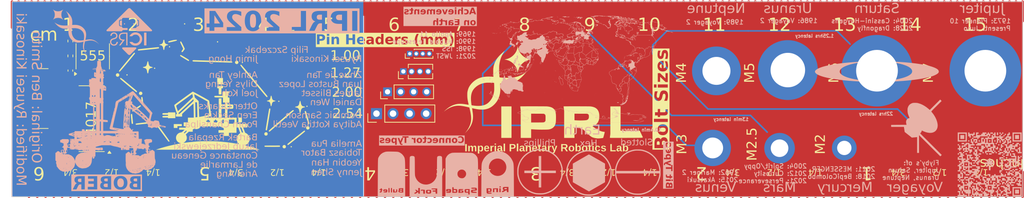
<source format=kicad_pcb>
(kicad_pcb (version 20240108) (generator "pcbnew") (generator_version "8.0")
  (layers (0 "F.Cu" signal) (31 "B.Cu" signal) (34 "B.Paste" user) (35 "F.Paste" user) (36 "B.SilkS" user "B.Silkscreen") (37 "F.SilkS" user "F.Silkscreen") (38 "B.Mask" user) (39 "F.Mask" user) (44 "Edge.Cuts" user))
  (net 0 "")
  (net 3 "GND")
  (net 4 "+5V")
  (net 7 "/TR")
  (net 8 "/K")
  (net 9 "/0")
  (net 10 "/1")
  (net 11 "/2")
  (net 12 "/3")
  (net 13 "/4")
  (net 14 "/5")
  (net 15 "/6")
  (net 16 "/7")
  (net 17 "/8")
  (net 18 "/9")
  (net 19 "/DIS")
  (net 20 "/CLK")
  (footprint "ruler_footprints:Gauge_150mm_Type1_CopperTop" (layer "F.Cu") (at 75 85)
    (property "Reference" "REF**" (hide yes))
    (property "Value" "Gauge_150mm_Type1_CopperTop" (hide yes))
  )
  (footprint "Connector_PinHeader_1.00mm:PinHeader_1x04_P1.00mm_Vertical" (layer "F.Cu") (at 136 93.01 90)
    (property "Reference" "REF**" (hide yes))
    (property "Value" "PinHeader_1x04_P1.00mm_Vertical" (hide yes))
  )
  (footprint "Resistor_SMD:R_0402_1005Metric" (layer "F.Cu") (at 118.112 89.027 180)
    (property "Reference" "R102" (hide yes))
    (property "Value" "1k")
  )
  (footprint "LED_SMD:LED_0402_1005Metric" (layer "F.Cu") (at 95.781 95.25 180)
    (property "Reference" "D106" (hide yes))
    (property "Value" "LED_Small")
  )
  (footprint "LED_SMD:LED_0402_1005Metric" (layer "F.Cu") (at 108.562 89.662 180)
    (property "Reference" "D109" (hide yes))
    (property "Value" "LED_Small")
  )
  (footprint "Connector_PinHeader_1.27mm:PinHeader_1x04_P1.27mm_Vertical" (layer "F.Cu") (at 135.02 95.74 90)
    (property "Reference" "REF**" (hide yes))
    (property "Value" "PinHeader_1x04_P1.27mm_Vertical" (hide yes))
  )
  (footprint "MountingHole:MountingHole_4.3mm_M4_DIN965_Pad" (layer "F.Cu") (at 183.05 95.65)
    (property "Reference" "REF**" (hide yes))
    (property "Value" "MountingHole_4.3mm_M4_DIN965_Pad" (hide yes))
  )
  (footprint "MountingHole:MountingHole_6.4mm_M6_DIN965_Pad" (layer "F.Cu") (at 207.675 95.625)
    (property "Reference" "REF**" (hide yes))
    (property "Value" "MountingHole_6.4mm_M6_DIN965_Pad" (hide yes))
  )
  (footprint "MountingHole:MountingHole_2.7mm_M2.5_DIN965_Pad" (layer "F.Cu") (at 192.73 107.5425)
    (property "Reference" "REF**" (hide yes))
    (property "Value" "MountingHole_2.7mm_M2.5_DIN965_Pad")
  )
  (footprint "Capacitor_SMD:C_0402_1005Metric" (layer "F.Cu") (at 83.947 95.603 -90)
    (property "Reference" "C101" (hide yes))
    (property "Value" "1u")
  )
  (footprint "LED_SMD:LED_0402_1005Metric" (layer "F.Cu") (at 109.243 94.361 180)
    (property "Reference" "D104" (hide yes))
    (property "Value" "LED_Small")
  )
  (footprint "Resistor_SMD:R_0402_1005Metric" (layer "F.Cu") (at 83.947 93.347 90)
    (property "Reference" "R103" (hide yes))
    (property "Value" "47k")
  )
  (footprint "LED_SMD:LED_0402_1005Metric" (layer "F.Cu") (at 98.067 91.948 180)
    (property "Reference" "D107" (hide yes))
    (property "Value" "LED_Small")
  )
  (footprint "LED_SMD:LED_0402_1005Metric" (layer "F.Cu") (at 119.149 101.092 180)
    (property "Reference" "D101" (hide yes))
    (property "Value" "LED_Small")
  )
  (footprint "ruler_footprints:IPRL_31mm" (layer "F.Cu") (at 156.575 100.225)
    (property "Reference" "G***" (hide yes))
    (property "Value" "LOGO" (hide yes))
  )
  (footprint "ruler_footprints:BOBER 45mm" (layer "F.Cu") (at 104.902 103.759)
    (property "Reference" "G***")
    (property "Value" "LOGO" (hide yes))
  )
  (footprint "MountingHole:MountingHole_2.2mm_M2_DIN965_Pad" (layer "F.Cu") (at 202.66 107.5)
    (property "Reference" "REF**" (hide yes))
    (property "Value" "MountingHole_2.2mm_M2_DIN965_Pad")
  )
  (footprint "MountingHole:MountingHole_6.4mm_M6_DIN965_Pad" (layer "F.Cu") (at 224.3 95.625)
    (property "Reference" "REF**" (hide yes))
    (property "Value" "MountingHole_6.4mm_M6_DIN965_Pad" (hide yes))
  )
  (footprint "LED_SMD:LED_0402_1005Metric" (layer "F.Cu") (at 114.831 100.33 180)
    (property "Reference" "D110" (hide yes))
    (property "Value" "LED_Small")
  )
  (footprint "LED_SMD:LED_0402_1005Metric" (layer "F.Cu") (at 91.544 96.266 180)
    (property "Reference" "D108" (hide yes))
    (property "Value" "LED_Small")
  )
  (footprint "Connector_USB:USB_C_Receptacle_GCT_USB4135-GF-A_6P_TopMnt_Horizontal" (layer "F.Cu") (at 78.5 99.904 -90)
    (property "Reference" "J102" (hide yes))
    (property "Value" "USB_C_Receptacle_PowerOnly_6P")
  )
  (footprint "ruler_footprints:Gauge_6in" (layer "F.Cu") (at 230 115 180)
    (property "Reference" "REF**" (hide yes))
    (property "Value" "Gauge_6in" (hide yes))
  )
  (footprint "LED_SMD:LED_0402_1005Metric" (layer "F.Cu") (at 116.736 107.315 180)
    (property "Reference" "D102" (hide yes))
    (property "Value" "LED_Small")
  )
  (footprint "LED_SMD:LED_0402_1005Metric" (layer "F.Cu") (at 101.473 89.512 -90)
    (property "Reference" "D105" (hide yes))
    (property "Value" "LED_Small")
  )
  (footprint "Connector_PinHeader_2.00mm:PinHeader_1x04_P2.00mm_Vertical" (layer "F.Cu") (at 132.6 98.87 90)
    (property "Reference" "REF**" (hide yes))
    (property "Value" "PinHeader_1x04_P2.00mm_Vertical" (hide yes))
  )
  (footprint "MountingHole:MountingHole_3.2mm_M3_DIN965_Pad" (layer "F.Cu") (at 182.47 107.5)
    (property "Reference" "REF**" (hide yes))
    (property "Value" "MountingHole_3.2mm_M3_DIN965_Pad" (hide yes))
  )
  (footprint "Connector_PinHeader_2.54mm:PinHeader_1x04_P2.54mm_Vertical" (layer "F.Cu") (at 130.9 102.22 90)
    (property "Reference" "REF**" (hide yes))
    (property "Value" "PinHeader_1x04_P2.54mm_Vertical" (hide yes))
  )
  (footprint "LED_SMD:LED_0402_1005Metric" (layer "F.Cu") (at 105.433 91.186 180)
    (property "Reference" "D103" (hide yes))
    (property "Value" "LED_Small")
  )
  (footprint "MountingHole:MountingHole_5.3mm_M5_DIN965_Pad" (layer "F.Cu") (at 194 95.525)
    (property "Reference" "REF**" (hide yes))
    (property "Value" "MountingHole_5.3mm_M5_DIN965_Pad" (hide yes))
  )
  (footprint "Package_SO:SOP-16_3.9x9.9mm_P1.27mm" (layer "F.Cu") (at 87.209 102.997 180)
    (property "Reference" "U102" (hide yes))
    (property "Value" "4017")
  )
  (footprint "Resistor_SMD:R_0402_1005Metric" (layer "F.Cu") (at 83.947 91.057 90)
    (property "Reference" "R101" (hide yes))
    (property "Value" "1k" (hide yes))
  )
  (footprint "Package_SO:SOIC-8_3.9x4.9mm_P1.27mm" (layer "F.Cu") (at 87.376 93.41 90)
    (property "Reference" "U101" (hide yes))
    (property "Value" "NE555D")
  )
  (footprint "ruler_footprints:Fork_Connector_5mm" (layer "B.Cu") (at 138.5 111.84 180)
    (property "Reference" "G***" (hide yes))
    (property "Value" "LOGO" (hide yes))
  )
  (footprint "ruler_footprints:Spade_Connector_5mm" (layer "B.Cu") (at 144 111.618479 180)
    (property "Reference" "G***" (hide yes))
    (property "Value" "LOGO" (hide yes))
  )
  (footprint "ruler_footprints:Alert 40mm" (layer "B.Cu") (at 95 98 90)
    (property "Reference" "G***" (hide yes))
    (property "Value" "LOGO" (hide yes))
  )
  (footprint "ruler_footprints:World_Map_33mm" (layer "B.Cu") (at 162.48 95.22 180)
    (property "Reference" "G***" (hide yes))
    (property "Value" "LOGO" (hide yes))
  )
  (footprint "ruler_footprints:ICRS_8mm" (layer "B.Cu") (at 92.93 89.51 180)
    (property "Reference" "G***" (hide yes))
    (property "Value" "LOGO" (hide yes))
  )
  (footprint "ruler_footprints:Voyager_8mm" (layer "B.Cu") (at 213.83 104.24 180)
    (property "Reference" "G***" (hide yes))
    (property "Value" "LOGO" (hide yes))
  )
  (footprint "ruler_footprints:Bullet_Connector_4.2mm" (layer "B.Cu") (at 133.2 111.5 180)
    (property "Reference" "G***" (hide yes))
    (property "Value" "LOGO" (hide yes))
  )
  (footprint "ruler_footprints:Phillips Head 7mm" (layer "B.Cu") (at 156 111.156451 180)
    (property "Reference" "G***" (hide yes))
    (property "Value" "LOGO" (hide yes))
  )
  (footprint "ruler_footprints:ICRS_LinktreeQR_10mm" (layer "B.Cu") (at 224.96 110.02 180)
    (property "Reference" "G***" (hide yes))
    (property "Value" "LOGO" (hide yes))
  )
  (footprint "ruler_footprints:Ring_Connector_5mm" (layer "B.Cu") (at 149.5 111.5 180)
    (property "Reference" "G***" (hide yes))
    (property "Value" "LOGO" (hide yes))
  )
  (footprint "ruler_footprints:Saturn_Ring_19mm" (layer "B.Cu") (at 207.65 95.76 180)
    (property "Reference" "G***")
    (property "Value" "LOGO" (hide yes))
  )
  (footprint "ruler_footprints:IPRL_Helix_14mm" (layer "B.Cu") (at 84.837074 89.764576 180)
    (property "Reference" "G***" (hide yes))
    (property "Value" "LOGO" (hide yes))
  )
  (footprint "ruler_footprints:BOBER_Outline_20mm" (layer "B.Cu") (at 89.475 102.675 180)
    (property "Reference" "G***" (hide yes))
    (property "Value" "LOGO" (hide yes))
  )
  (footprint "ruler_footprints:Slotted Head 7mm" (layer "B.Cu") (at 171 111.206451 180)
    (property "Reference" "G***" (hide yes))
    (property "Value" "LOGO" (hide yes))
  )
  (footprint "ruler_footprints:Hex Head 7mm" (layer "B.Cu") (at 163.5 111.33 180)
    (property "Reference" "G***" (hide yes))
    (property "Value" "LOGO" (hide yes))
  )
  (gr_rect (start 75 85) (end 230 115) (stroke (width 0.1)) (fill none) (layer "F.Cu") (net 3))
  (gr_rect (start 128.995 85) (end 230 115) (fill solid) (layer "F.Cu") (net 3))
  (gr_rect (start 75 85) (end 128.885 115) (fill solid) (layer "B.Cu") (net 3))
  (gr_rect (start 75 85) (end 230 115) (stroke (width 0.1)) (fill none) (layer "Edge.Cuts"))
  (gr_text "1962: Mariner 2\n2015: Akatsuki" (at 186.45 112.8 0) (layer "B.SilkS") (effects (font (size 0.7 0.7) (thickness 0.125)) (justify left bottom mirror)))
  (gr_text "Venus" (at 182.92 114.5 0) (layer "B.SilkS") (effects (font (size 1.5 1.5) (thickness 0.22)) (justify bottom mirror)))
  (gr_text "James Blisset\n" (at 128.675 99.7 0) (layer "B.SilkS") (effects (font (size 1 1)) (justify left bottom mirror)))
  (gr_text "Neptune" (at 183 87 0) (layer "B.SilkS") (effects (font (size 1.5 1.5) (thickness 0.22)) (justify bottom mirror)))
  (gr_text "IPRL 2024" (at 128.35 90 0) (layer "B.SilkS" knockout) (effects (font (size 3 3) (thickness 0.2) (bold yes)) (justify left bottom mirror)))
  (gr_text "Jupiter\n" (at 223.8 87 0) (layer "B.SilkS") (effects (font (size 1.5 1.5) (thickness 0.22)) (justify bottom mirror)))
  (gr_text "Hex" (at 163.43 107.4 0) (layer "B.SilkS") (effects (font (size 1 1) (thickness 0.22)) (justify bottom mirror)))
  (gr_text "Eren Seckin\n" (at 112.675 103.1 0) (layer "B.SilkS") (effects (font (size 1 1)) (justify left bottom mirror)))
  (gr_text "Phillips" (at 155.95 107.35 0) (layer "B.SilkS") (effects (font (size 1 1) (thickness 0.22)) (justify bottom mirror)))
  (gr_text "Flyby's of:\nJupiter, Saturn\nUranus, Neptune" (at 217.3 112.46 0) (layer "B.SilkS") (effects (font (size 0.7 0.7) (thickness 0.125)) (justify left bottom mirror)))
  (gr_text "Saturn\n" (at 207.675 87 0) (layer "B.SilkS") (effects (font (size 1.5 1.5) (thickness 0.22)) (justify bottom mirror)))
  (gr_text "Jimin Hong" (at 112.675 94.425 0) (layer "B.SilkS") (effects (font (size 1 1)) (justify left bottom mirror)))
  (gr_text "Zhue Jie Tan" (at 128.675 96.9 0) (layer "B.SilkS") (effects (font (size 1 1)) (justify left bottom mirror)))
  (gr_text "Poom Chansilpa\n" (at 112.675 104.5 0) (layer "B.SilkS") (effects (font (size 1 1)) (justify left bottom mirror)))
  (gr_text "1.25hrs latency" (at 201.12 90.56 0) (layer "B.SilkS") (effects (font (size 0.5 0.5) (thickness 0.125) (bold yes)) (justify left bottom mirror)))
  (gr_text "Otter Quarks\n" (at 112.675 101.7 0) (layer "B.SilkS") (effects (font (size 1 1)) (justify left bottom mirror)))
  (gr_text "Ashley Tan\n" (at 112.675 96.9 0) (layer "B.SilkS") (effects (font (size 1 1)) (justify left bottom mirror)))
  (gr_text "Mercury\n" (at 202.77 114.5 0) (layer "B.SilkS") (effects (font (size 1.5 1.5) (thickness 0.22)) (justify bottom mirror)))
  (gr_text "1973: Pioneer 10\nPresent: Juno" (at 228.26 89.52 0) (layer "B.SilkS") (effects (font (size 0.7 0.7) (thickness 0.125)) (justify left bottom mirror)))
  (gr_text "Bartek Rzepala" (at 112.675 106.5 0) (layer "B.SilkS") (effects (font (size 1 1)) (justify left bottom mirror)))
  (gr_text "Mars" (at 192.73 114.5 0) (layer "B.SilkS") (effects (font (size 1.5 1.5) (thickness 0.22)) (justify bottom mirror)))
  (gr_text "1986: Voyager 2" (at 198.62 88.34 0) (layer "B.SilkS") (effects (font (size 0.7 0.7) (thickness 0.125)) (justify left bottom mirror)))
  (gr_text "Jenny Shen" (at 128.675 111.85 0) (layer "B.SilkS") (effects (font (size 1 1)) (justify left bottom mirror)))
  (gr_text "Earth" (at 162.48 105.69 0) (layer "B.SilkS") (effects (font (size 1.5 1.5) (thickness 0.22)) (justify bottom mirror)))
  (gr_text "Daniel Wen" (at 128.675 101.1 0) (layer "B.SilkS") (effects (font (size 1 1)) (justify left bottom mirror)))
  (gr_text "Jakub Jedrzejewski" (at 112.675 107.9 0) (layer "B.SilkS") (effects (font (size 1 1)) (justify left bottom mirror)))
  (gr_text "Voyager\n" (at 213.49 114.5 0) (layer "B.SilkS") (effects (font (size 1.5 1.5) (thickness 0.22)) (justify bottom mirror)))
  (gr_text "22hrs latency" (at 210.19 102.54 0) (layer "B.SilkS") (effects (font (size 0.5 0.5) (thickness 0.125) (bold yes)) (justify left bottom mirror)))
  (gr_text "Bit Types" (at 175.12 110.18 -90) (layer "B.SilkS" knockout) (effects (font (size 1 1) (thickness 0.25) (bold yes)) (justify bottom mirror)))
  (gr_text "Ariel Ang" (at 112.675 112.1 0) (layer "B.SilkS") (effects (font (size 1 1)) (justify left bottom mirror)))
  (gr_text "Slotted" (at 170.81 107.28 0) (layer "B.SilkS") (effects (font (size 1 1) (thickness 0.22)) (justify bottom mirror)))
  (gr_text "Modified: Ryusei Kinosaki\n" (at 76.325 100.05 270) (layer "B.SilkS") (effects (font (size 1.5 1.5) (thickness 0.1875)) (justify mirror)))
  (gr_text "Dominic Samson\n" (at 128.675 103.1 0) (layer "B.SilkS") (effects (font (size 1 1)) (justify left bottom mirror)))
  (gr_text "Ryusei Kinosaki\n" (at 128.675 94.425 0) (layer "B.SilkS") (effects (font (size 1 1)) (justify left bottom mirror)))
  (gr_text "Juan Bustos Lopez\n" (at 128.675 98.3 0) (layer "B.SilkS") (effects (font (size 1 1)) (justify left bottom mirror)))
  (gr_text "Aditya Kottila Veetil\n" (at 128.675 104.5 0) (layer "B.SilkS") (effects (font (size 1 1)) (justify left bottom mirror)))
  (gr_text "Dilys Yeung\n" (at 112.675 98.3 0) (layer "B.SilkS") (effects (font (size 1 1)) (justify left bottom mirror)))
  (gr_text "10.4min latency" (at 174.66 105.01 0) (layer "B.SilkS") (effects (font (size 0.5 0.5) (thickness 0.125) (bold yes)) (justify left bottom mirror)))
  (gr_text "1989: Voyager 2" (at 187.27 88.56 0) (layer "B.SilkS") (effects (font (size 0.7 0.7) (thickness 0.125)) (justify left bottom mirror)))
  (gr_text "BOBER" (at 94.97 114.22 0) (layer "B.SilkS" knockout) (effects (font (size 2 2) (thickness 0.2) (bold yes)) (justify left bottom mirror)))
  (gr_text "13min latency" (at 188.06 103.39 0) (layer "B.SilkS") (effects (font (size 0.5 0.5) (thickness 0.125) (bold yes)) (justify left bottom mirror)))
  (gr_text "Yeobin Han" (at 128.675 110.375 0) (layer "B.SilkS") (effects (font (size 1 1)) (justify left bottom mirror)))
  (gr_text "Constance Geneau\n" (at 112.675 109.3 0) (layer "B.SilkS") (effects (font (size 1 1)) (justify left bottom mirror)))
  (gr_text "Joel Koh\n" (at 112.675 99.7 0) (layer "B.SilkS") (effects (font (size 1 1)) (justify left bottom mirror)))
  (gr_text "de Larmarlie\n" (at 112.675 110.7 0) (layer "B.SilkS") (effects (font (size 1 1)) (justify left bottom mirror)))
  (gr_text "2004: Cassini-Huygens\n2028: Dragonfly" (at 213.25 89.49 0) (layer "B.SilkS") (effects (font (size 0.7 0.7) (thickness 0.125)) (justify left bottom mirror)))
  (gr_text "Filip Szczebak" (at 120.475 93.05 0) (layer "B.SilkS") (effects (font (size 1 1)) (justify left bottom mirror)))
  (gr_text "2004: Spirit/Oppy\n2012: Curiosity\n2021: Perseverance" (at 196.98 112.96 0) (layer "B.SilkS") (effects (font (size 0.7 0.7) (thickness 0.125)) (justify left bottom mirror)))
  (gr_text "Tobiasz Bator" (at 128.675 108.85 0) (layer "B.SilkS") (effects (font (size 1 1)) (justify left bottom mirror)))
  (gr_text "Uranus\n" (at 194 87 0) (layer "B.SilkS") (effects (font (size 1.5 1.5) (thickness 0.22)) (justify bottom mirror)))
  (gr_text "Original: Ben Smith" (at 78.675 99.65 270) (layer "B.SilkS") (effects (font (size 1.5 1.5) (thickness 0.1875)) (justify mirror)))
  (gr_text "2011: MESSENGER\n2018: BepiColombo" (at 207.47 112.3 0) (layer "B.SilkS") (effects (font (size 0.7 0.7) (thickness 0.125)) (justify left bottom mirror)))
  (gr_text "Connector Types" (at 144.39 106.9 0) (layer "B.SilkS" knockout) (effects (font (size 1 1) (thickness 0.2) (bold yes)) (justify left bottom mirror)))
  (gr_text "1969: Apollo 11\n1990: Hubble Telescope\n1998: ISS\n2021: JWST" (at 146.21 93.79 0) (layer "B.SilkS") (effects (font (size 0.7 0.7) (thickness 0.125)) (justify left bottom mirror)))
  (gr_text "Achievements\non Earth\n" (at 146.19 88.8 0) (layer "B.SilkS" knockout) (effects (font (size 1 1) (thickness 0.2) (bold yes)) (justify left bottom mirror)))
  (gr_text "Amelia Pua\n" (at 128.675 107.475 0) (layer "B.SilkS") (effects (font (size 1 1)) (justify left bottom mirror)))
  (gr_text "M4" (at 178.625 95.95 90) (layer "F.SilkS") (effects (font (size 1.5 1.5) (thickness 0.22)) (justify bottom)))
  (gr_text "2.00" (at 124.04 99.01 0) (layer "F.SilkS") (effects (font (size 1.5 1.5) (thickness 0.1875)) (justify left)))
  (gr_text "555" (at 87.376 93.41 0) (layer "F.SilkS") (effects (font (size 1.5 1.5) (thickness 0.1875))))
  (gr_text "M3" (at 178.69 106.92 90) (layer "F.SilkS") (effects (font (size 1.5 1.5) (thickness 0.22)) (justify bottom)))
  (gr_text "Bolt Sizes" (at 175.925 100.05 90) (layer "F.SilkS" knockout) (effects (font (size 2 2) (thickness 0.3) (bold yes)) (justify bottom)))
  (gr_text "1.00" (at 123.79 93.37 0) (layer "F.SilkS") (effects (font (size 1.5 1.5) (thickness 0.1875)) (justify left)))
  (gr_text "M2" (at 199.93 106.92 90) (layer "F.SilkS") (effects (font (size 1.5 1.5) (thickness 0.22)) (justify bottom)))
  (gr_text "2.54" (at 124.15 102.29 0) (layer "F.SilkS") (effects (font (size 1.5 1.5) (thickness 0.1875)) (justify left)))
  (gr_text "M6" (at 202 95.95 90) (layer "F.SilkS") (effects (font (size 1.5 1.5) (thickness 0.22)) (justify bottom)))
  (gr_text "cm" (at 82 89 0) (layer "F.SilkS") (effects (font (size 2 2) (thickness 0.22)) (justify right top)))
  (gr_text "M2.5" (at 189.45 106.92 90) (layer "F.SilkS") (effects (font (size 1.5 1.5) (thickness 0.22)) (justify bottom)))
  (gr_text "1.27" (at 123.82 96.03 0) (layer "F.SilkS") (effects (font (size 1.5 1.5) (thickness 0.1875)) (justify left)))
  (gr_text "M7\n" (at 216.5 95.95 90) (layer "F.SilkS") (effects (font (size 1.5 1.5) (thickness 0.22)) (justify bottom)))
  (gr_text "M5" (at 189.075 95.95 90) (layer "F.SilkS") (effects (font (size 1.5 1.5) (thickness 0.22)) (justify bottom)))
  (gr_text "Pin Headers (mm)" (at 132.23 91.81 0) (layer "F.SilkS" knockout) (effects (font (size 1.5 1.5) (thickness 0.3) (bold yes)) (justify bottom)))
  (gr_text "4017" (at 87.209 102.997 90) (layer "F.SilkS") (effects (font (size 1.5 1.5) (thickness 0.1875))))
  (gr_text "Inches" (at 223.425 110.725 180) (layer "F.SilkS") (effects (font (size 1.5 1.5) (thickness 0.22)) (justify right top)))
  (segment (start 188.2675 102.5) (end 190.838489 105.070989) (width 0.25) (layer "B.Cu") (net 0))
  (segment (start 176.15 102.5) (end 182.81 102.5) (width 0.25) (layer "B.Cu") (net 0))
  (segment (start 213.35 104.03) (end 210.84 101.52) (width 0.25) (layer "B.Cu") (net 0))
  (segment (start 175.46 89.5) (end 187.93 89.5) (width 0.25) (layer "B.Cu") (net 0))
  (segment (start 181.759418 101.52) (end 173.27 93.030582) (width 0.25) (layer "B.Cu") (net 0))
  (segment (start 163.54 89.89) (end 176.15 102.5) (width 0.25) (layer "B.Cu") (net 0))
  (segment (start 210.84 101.52) (end 181.759418 101.52) (width 0.25) (layer "B.Cu") (net 0))
  (segment (start 187.93 89.5) (end 201.525 89.5) (width 0.25) (layer "B.Cu") (net 0))
  (segment (start 182.81 102.5) (end 188.2675 102.5) (width 0.25) (layer "B.Cu") (net 0))
  (segment (start 201.525 89.5) (end 203.556103 91.531103) (width 0.25) (layer "B.Cu") (net 0))
  (segment (start 173.27 93.030582) (end 173.27 91.69) (width 0.25) (layer "B.Cu") (net 0))
  (segment (start 173.27 91.69) (end 175.46 89.5) (width 0.25) (layer "B.Cu") (net 0))
  (segment (start 85.956029 88.773) (end 84.777029 89.952) (width 0.25) (layer "F.Cu") (net 3))
  (segment (start 81.4775 91.784459) (end 81.4775 94.779) (width 0.25) (layer "F.Cu") (net 3))
  (segment (start 86.081314 110.65) (end 114.842948 110.65) (width 0.2) (layer "F.Cu") (net 3))
  (segment (start 85.471 95.885) (end 84.145 95.885) (width 0.2) (layer "F.Cu") (net 3))
  (segment (start 90.932 95.123) (end 90.932 89.568959) (width 0.25) (layer "F.Cu") (net 3))
  (segment (start 83.009 97.021) (end 83.947 96.083) (width 0.2) (layer "F.Cu") (net 3))
  (segment (start 90.136041 88.773) (end 85.956029 88.773) (width 0.25) (layer "F.Cu") (net 3))
  (segment (start 84.016314 108.585) (end 81.4775 106.046186) (width 0.2) (layer "F.Cu") (net 3))
  (segment (start 114.842948 110.65) (end 121.275 104.217948) (width 0.2) (layer "F.Cu") (net 3))
  (segment (start 84.709 106.172) (end 84.338448 106.172) (width 0.2) (layer "F.Cu") (net 3))
  (segment (start 118.622 89.027) (end 120.146 90.551) (width 0.25) (layer "F.Cu") (net 3))
  (segment (start 89.709 98.552) (end 90.009 98.252) (width 0.25) (layer "F.Cu") (net 3))
  (segment (start 120.95 91.225) (end 120.82 91.225) (width 0.2) (layer "F.Cu") (net 3))
  (segment (start 86.009 105.871999) (end 86.009 103.789) (width 0.2) (layer "F.Cu") (net 3))
  (segment (start 85.708999 106.172) (end 86.009 105.871999) (width 0.2) (layer "F.Cu") (net 3))
  (segment (start 83.309959 89.952) (end 81.4775 91.784459) (width 0.25) (layer "F.Cu") (net 3))
  (segment (start 118.630476 89.035476) (end 118.638952 89.027) (width 0.25) (layer "F.Cu") (net 3))
  (segment (start 81.4775 106.046186) (end 81.4775 105.029) (width 0.2) (layer "F.Cu") (net 3))
  (segment (start 90.932 89.568959) (end 90.136041 88.773) (width 0.25) (layer "F.Cu") (net 3))
  (segment (start 86.106 106.569001) (end 86.106 108.585) (width 0.2) (layer "F.Cu") (net 3))
  (segment (start 84.709 106.172) (end 85.708999 106.172) (width 0.2) (layer "F.Cu") (net 3))
  (segment (start 90.009 98.252) (end 90.009 96.046) (width 0.25) (layer "F.Cu") (net 3))
  (segment (start 86.106 108.585) (end 84.016314 108.585) (width 0.2) (layer "F.Cu") (net 3))
  (segment (start 90.009 96.046) (end 90.932 95.123) (width 0.25) (layer "F.Cu") (net 3))
  (segment (start 84.145 95.885) (end 83.947 96.083) (width 0.2) (layer "F.Cu") (net 3))
  (segment (start 85.708999 106.172) (end 86.106 106.569001) (width 0.2) (layer "F.Cu") (net 3))
  (segment (start 120.82 91.225) (end 118.622 89.027) (width 0.2) (layer "F.Cu") (net 3))
  (segment (start 84.338448 106.172) (end 83.009 104.842552) (width 0.2) (layer "F.Cu") (net 3))
  (segment (start 83.009 104.842552) (end 83.009 97.021) (width 0.2) (layer "F.Cu") (net 3))
  (segment (start 81.4775 106.046186) (end 86.081314 110.65) (width 0.2) (layer "F.Cu") (net 3))
  (segment (start 85.852 103.632) (end 84.709 103.632) (width 0.2) (layer "F.Cu") (net 3))
  (segment (start 86.009 103.789) (end 85.852 103.632) (width 0.2) (layer "F.Cu") (net 3))
  (segment (start 84.777029 89.952) (end 83.309959 89.952) (width 0.25) (layer "F.Cu") (net 3))
  (segment (start 121.275 104.217948) (end 121.275 91.55) (width 0.2) (layer "F.Cu") (net 3))
  (segment (start 121.275 91.55) (end 120.95 91.225) (width 0.2) (layer "F.Cu") (net 3))
  (segment (start 147.2 104.03) (end 147.2 96.07) (width 0.25) (layer "B.Cu") (net 3))
  (segment (start 178.45 107.1) (end 175.38 104.03) (width 0.25) (layer "B.Cu") (net 3))
  (segment (start 147.2 96.07) (end 151.63 91.64) (width 0.25) (layer "B.Cu") (net 3))
  (segment (start 182.92 107.1) (end 178.45 107.1) (width 0.25) (layer "B.Cu") (net 3))
  (segment (start 175.38 104.03) (end 147.2 104.03) (width 0.25) (layer "B.Cu") (net 3))
  (segment (start 83.947 90.547) (end 85.083 90.547) (width 0.2) (layer "F.Cu") (net 4))
  (segment (start 90.297 89.535) (end 85.896001 89.535) (width 0.2) (layer "F.Cu") (net 4))
  (segment (start 81.275898 101.424) (end 80.6325 100.780602) (width 0.2) (layer "F.Cu") (net 4))
  (segment (start 80.9325 98.384) (end 81.5325 98.384) (width 0.2) (layer "F.Cu") (net 4))
  (segment (start 82.55 102.358852) (end 82.55 106.553) (width 0.2) (layer "F.Cu") (net 4))
  (segment (start 80.6325 100.780602) (end 80.6325 98.684) (width 0.2) (layer "F.Cu") (net 4))
  (segment (start 83.439 107.442) (end 84.709 107.442) (width 0.2) (layer "F.Cu") (net 4))
  (segment (start 82.1325 98.384) (end 82.55 97.9665) (width 0.2) (layer "F.Cu") (net 4))
  (segment (start 85.896001 89.535) (end 85.471 89.960001) (width 0.2) (layer "F.Cu") (net 4))
  (segment (start 82.55 97.9665) (end 82.55 91.313) (width 0.2) (layer "F.Cu") (net 4))
  (segment (start 80.6325 98.684) (end 80.9325 98.384) (width 0.2) (layer "F.Cu") (net 4))
  (segment (start 81.615148 101.424) (end 82.55 102.358852) (width 0.2) (layer "F.Cu") (net 4))
  (segment (start 81.5325 101.424) (end 81.275898 101.424) (width 0.2) (layer "F.Cu") (net 4))
  (segment (start 82.55 106.553) (end 83.439 107.442) (width 0.2) (layer "F.Cu") (net 4))
  (segment (start 81.5325 101.424) (end 81.615148 101.424) (width 0.2) (layer "F.Cu") (net 4))
  (segment (start 85.471 89.960001) (end 85.471 90.935) (width 0.2) (layer "F.Cu") (net 4))
  (segment (start 82.55 91.313) (end 83.316 90.547) (width 0.2) (layer "F.Cu") (net 4))
  (segment (start 89.281 95.885) (end 90.297 94.869) (width 0.2) (layer "F.Cu") (net 4))
  (segment (start 90.297 94.869) (end 90.297 89.535) (width 0.2) (layer "F.Cu") (net 4))
  (segment (start 85.083 90.547) (end 85.471 90.935) (width 0.2) (layer "F.Cu") (net 4))
  (segment (start 81.5325 98.384) (end 82.1325 98.384) (width 0.2) (layer "F.Cu") (net 4))
  (segment (start 83.316 90.547) (end 83.947 90.547) (width 0.2) (layer "F.Cu") (net 4))
  (segment (start 83.947 95.123) (end 84.46 94.61) (width 0.2) (layer "F.Cu") (net 7))
  (segment (start 88.011 90.935) (end 88.011 91.909999) (width 0.2) (layer "F.Cu") (net 7))
  (segment (start 83.947 93.857) (end 83.947 95.123) (width 0.2) (layer "F.Cu") (net 7))
  (segment (start 84.46 94.61) (end 86.482 94.61) (width 0.2) (layer "F.Cu") (net 7))
  (segment (start 86.741 93.179999) (end 86.741 95.885) (width 0.2) (layer "F.Cu") (net 7))
  (segment (start 86.482 94.61) (end 86.741 94.869) (width 0.2) (layer "F.Cu") (net 7))
  (segment (start 88.011 91.909999) (end 86.741 93.179999) (width 0.2) (layer "F.Cu") (net 7))
  (segment (start 86.741 94.869) (end 86.741 95.885) (width 0.2) (layer "F.Cu") (net 7))
  (segment (start 96.139 104.902) (end 108.077 92.964) (width 0.25) (layer "F.Cu") (net 9))
  (segment (start 89.709 104.902) (end 96.139 104.902) (width 0.25) (layer "F.Cu") (net 9))
  (segment (start 108.077 92.964) (end 108.077 89.662) (width 0.25) (layer "F.Cu") (net 9))
  (segment (start 89.709 106.172) (end 96.947 106.172) (width 0.25) (layer "F.Cu") (net 10))
  (segment (start 96.947 106.172) (end 108.758 94.361) (width 0.25) (layer "F.Cu") (net 10))
  (segment (start 104.948 94.188) (end 104.948 91.186) (width 0.25) (layer "F.Cu") (net 11))
  (segment (start 89.709 103.632) (end 95.504 103.632) (width 0.25) (layer "F.Cu") (net 11))
  (segment (start 95.504 103.632) (end 104.948 94.188) (width 0.25) (layer "F.Cu") (net 11))
  (segment (start 89.709 99.822) (end 94.234 99.822) (width 0.25) (layer "F.Cu") (net 12))
  (segment (start 95.296 98.76) (end 95.296 95.25) (width 0.25) (layer "F.Cu") (net 12))
  (segment (start 94.234 99.822) (end 95.296 98.76) (width 0.25) (layer "F.Cu") (net 12))
  (segment (start 118.664 103.205) (end 112.649 109.22) (width 0.25) (layer "F.Cu") (net 13))
  (segment (start 85.725 99.822) (end 84.709 99.822) (width 0.25) (layer "F.Cu") (net 13))
  (segment (start 87.757 109.22) (end 86.981 108.444) (width 0.25) (layer "F.Cu") (net 13))
  (segment (start 112.649 109.22) (end 87.757 109.22) (width 0.25) (layer "F.Cu") (net 13))
  (segment (start 86.981 108.444) (end 86.981 101.078) (width 0.25) (layer "F.Cu") (net 13))
  (segment (start 86.981 101.078) (end 85.725 99.822) (width 0.25) (layer "F.Cu") (net 13))
  (segment (start 118.664 101.092) (end 118.664 103.205) (width 0.25) (layer "F.Cu") (net 13))
  (segment (start 114.346 106.253) (end 114.346 100.33) (width 0.25) (layer "F.Cu") (net 14))
  (segment (start 89.709 107.442) (end 113.157 107.442) (width 0.25) (layer "F.Cu") (net 14))
  (segment (start 113.157 107.442) (end 114.346 106.253) (width 0.25) (layer "F.Cu") (net 14))
  (segment (start 95.123 102.362) (end 101.473 96.012) (width 0.25) (layer "F.Cu") (net 15))
  (segment (start 101.473 96.012) (end 101.473 89.997) (width 0.25) (layer "F.Cu") (net 15))
  (segment (start 89.709 102.362) (end 95.123 102.362) (width 0.25) (layer "F.Cu") (net 15))
  (segment (start 94.996 101.092) (end 97.582 98.506) (width 0.25) (layer "F.Cu") (net 16))
  (segment (start 89.709 101.092) (end 94.996 101.092) (width 0.25) (layer "F.Cu") (net 16))
  (segment (start 97.582 98.506) (end 97.582 91.948) (width 0.25) (layer "F.Cu") (net 16))
  (segment (start 91.185304 98.751604) (end 91.185304 96.392304) (width 0.25) (layer "F.Cu") (net 17))
  (segment (start 88.138 99.187) (end 90.749908 99.187) (width 0.25) (layer "F.Cu") (net 17))
  (segment (start 87.503 98.552) (end 88.138 99.187) (width 0.25) (layer "F.Cu") (net 17))
  (segment (start 91.185304 96.392304) (end 91.059 96.266) (width 0.25) (layer "F.Cu") (net 17))
  (segment (start 84.709 98.552) (end 87.503 98.552) (width 0.25) (layer "F.Cu") (net 17))
  (segment (start 90.749908 99.187) (end 91.185304 98.751604) (width 0.25) (layer "F.Cu") (net 17))
  (segment (start 86.531 101.914001) (end 86.531 109.01) (width 0.25) (layer "F.Cu") (net 18))
  (segment (start 113.584 109.982) (end 116.251 107.315) (width 0.25) (layer "F.Cu") (net 18))
  (segment (start 87.503 109.982) (end 113.584 109.982) (width 0.25) (layer "F.Cu") (net 18))
  (segment (start 86.531 109.01) (end 87.503 109.982) (width 0.25) (layer "F.Cu") (net 18))
  (segment (start 84.709 101.092) (end 85.708999 101.092) (width 0.25) (layer "F.Cu") (net 18))
  (segment (start 85.708999 101.092) (end 86.531 101.914001) (width 0.25) (layer "F.Cu") (net 18))
  (segment (start 83.947 91.567) (end 83.947 92.837) (width 0.2) (layer "F.Cu") (net 19))
  (segment (start 86.741 90.935) (end 86.741 91.909999) (width 0.2) (layer "F.Cu") (net 19))
  (segment (start 86.741 91.909999) (end 85.813999 92.837) (width 0.2) (layer "F.Cu") (net 19))
  (segment (start 85.813999 92.837) (end 83.947 92.837) (width 0.2) (layer "F.Cu") (net 19))
  (segment (start 87.503 97.536) (end 88.011 97.028) (width 0.2) (layer "F.Cu") (net 20))
  (segment (start 84.709 104.902) (end 83.709001 104.902) (width 0.2) (layer "F.Cu") (net 20))
  (segment (start 83.709001 104.902) (end 83.409 104.601999) (width 0.2) (layer "F.Cu") (net 20))
  (segment (start 84.074 97.536) (end 87.503 97.536) (width 0.2) (layer "F.Cu") (net 20))
  (segment (start 88.011 97.028) (end 88.011 95.885) (width 0.2) (layer "F.Cu") (net 20))
  (segment (start 83.409 98.201) (end 84.074 97.536) (width 0.2) (layer "F.Cu") (net 20))
  (segment (start 83.409 104.601999) (end 83.409 98.201) (width 0.2) (layer "F.Cu") (net 20))
  (zone (net 8) (net_name "/K") (layer "F.Cu") (priority 1) (connect_pads (clearance 0.3)) (min_thickness 0.25) (fill yes (thermal_gap 0.5) (thermal_bridge_width 0.5))
    (polygon (pts (xy 117.99974 87.503) (xy 127.522 101.588311) (xy 127.522 108.839) (xy 89.789 108.839) (xy 89.789 89.789) (xy 90.805 87.63) (xy 93.98 87.503)))
  )
  (zone (net 3) (net_name "GND") (layer "F.Cu") (connect_pads (clearance 0.3)) (min_thickness 0.25) (fill yes (thermal_gap 0.5) (thermal_bridge_width 0.5))
    (polygon (pts (xy 82.55 89.662) (xy 76.454 89.662) (xy 76.327 89.789) (xy 76.327 107.823) (xy 82.55 107.823)))
  )
)
</source>
